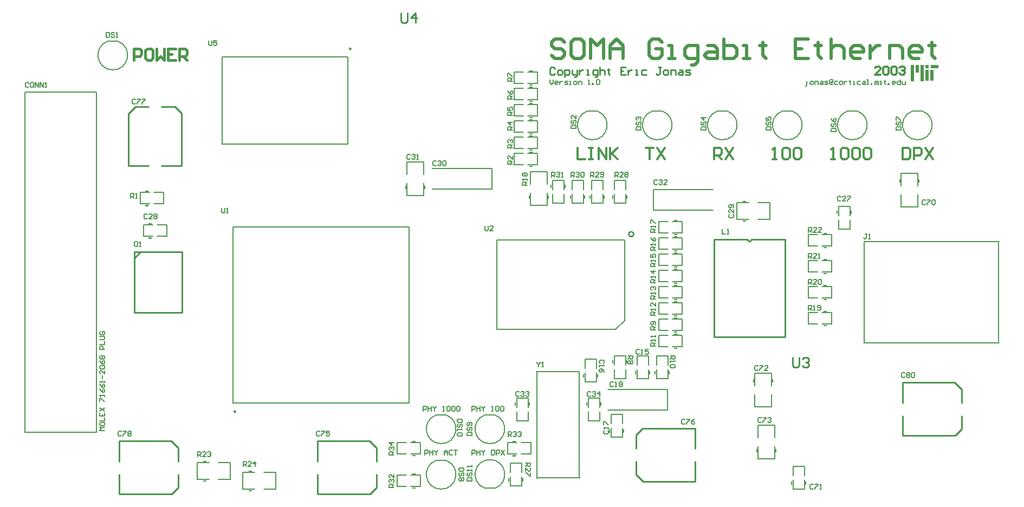
<source format=gto>
%FSLAX24Y24*%
%MOIN*%
G70*
G01*
G75*
%ADD10R,0.4200X0.1500*%
%ADD11R,0.1000X0.5500*%
%ADD12R,0.4200X0.4000*%
%ADD13R,0.0394X0.1181*%
%ADD14R,0.4000X0.1500*%
%ADD15R,0.2000X0.2000*%
%ADD16R,0.1000X0.2000*%
%ADD17R,0.0500X0.0250*%
%ADD18R,0.1600X0.5000*%
%ADD19R,0.0630X0.0709*%
%ADD20R,0.0709X0.0630*%
%ADD21R,0.0122X0.0709*%
%ADD22R,0.0709X0.0122*%
%ADD23O,0.0122X0.0709*%
%ADD24R,0.0728X0.0118*%
%ADD25R,0.0433X0.0394*%
%ADD26R,0.0394X0.0433*%
%ADD27R,0.0118X0.0728*%
%ADD28R,0.0709X0.0157*%
%ADD29R,0.0157X0.0709*%
%ADD30R,0.0827X0.1614*%
%ADD31O,0.0700X0.0300*%
%ADD32R,0.0700X0.0300*%
%ADD33R,0.0787X0.0551*%
%ADD34R,0.1024X0.0945*%
%ADD35R,0.1417X0.0315*%
%ADD36R,0.0315X0.1417*%
%ADD37C,0.0200*%
%ADD38C,0.0160*%
%ADD39C,0.0300*%
%ADD40C,0.0080*%
%ADD41C,0.0070*%
%ADD42C,0.0100*%
%ADD43C,0.0120*%
%ADD44C,0.0200*%
%ADD45R,0.0200X0.0200*%
%ADD46C,0.1200*%
%ADD47C,0.0400*%
%ADD48C,0.1732*%
%ADD49C,0.1732*%
%ADD50C,0.0500*%
%ADD51C,0.1400*%
%ADD52C,0.0750*%
%ADD53C,0.0250*%
%ADD54C,0.0350*%
%ADD55C,0.0098*%
%ADD56C,0.0060*%
%ADD57C,0.0079*%
%ADD58C,0.0140*%
%ADD59C,0.0020*%
%ADD60R,0.0079X0.0197*%
%ADD61R,0.0197X0.0079*%
%ADD62R,0.0079X0.0197*%
%ADD63R,0.0079X0.0197*%
%ADD64R,0.0197X0.0079*%
%ADD65R,0.0200X0.0700*%
%ADD66R,0.0500X0.0200*%
%ADD67R,0.0200X0.1000*%
%ADD68R,0.0200X0.0500*%
D37*
X53200Y58400D02*
X53000Y58600D01*
X52600D01*
X52400Y58400D01*
Y58200D01*
X52600Y58000D01*
X53000D01*
X53200Y57800D01*
Y57600D01*
X53000Y57400D01*
X52600D01*
X52400Y57600D01*
X54199Y58600D02*
X53800D01*
X53600Y58400D01*
Y57600D01*
X53800Y57400D01*
X54199D01*
X54399Y57600D01*
Y58400D01*
X54199Y58600D01*
X54799Y57400D02*
Y58600D01*
X55199Y58200D01*
X55599Y58600D01*
Y57400D01*
X55999D02*
Y58200D01*
X56399Y58600D01*
X56799Y58200D01*
Y57400D01*
Y58000D01*
X55999D01*
X59198Y58400D02*
X58998Y58600D01*
X58598D01*
X58398Y58400D01*
Y57600D01*
X58598Y57400D01*
X58998D01*
X59198Y57600D01*
Y58000D01*
X58798D01*
X59598Y57400D02*
X59998D01*
X59798D01*
Y58200D01*
X59598D01*
X60997Y57000D02*
X61197D01*
X61397Y57200D01*
Y58200D01*
X60797D01*
X60597Y58000D01*
Y57600D01*
X60797Y57400D01*
X61397D01*
X61997Y58200D02*
X62397D01*
X62597Y58000D01*
Y57400D01*
X61997D01*
X61797Y57600D01*
X61997Y57800D01*
X62597D01*
X62997Y58600D02*
Y57400D01*
X63596D01*
X63796Y57600D01*
Y57800D01*
Y58000D01*
X63596Y58200D01*
X62997D01*
X64196Y57400D02*
X64596D01*
X64396D01*
Y58200D01*
X64196D01*
X65396Y58400D02*
Y58200D01*
X65196D01*
X65596D01*
X65396D01*
Y57600D01*
X65596Y57400D01*
X68195Y58600D02*
X67395D01*
Y57400D01*
X68195D01*
X67395Y58000D02*
X67795D01*
X68795Y58400D02*
Y58200D01*
X68595D01*
X68995D01*
X68795D01*
Y57600D01*
X68995Y57400D01*
X69594Y58600D02*
Y57400D01*
Y58000D01*
X69794Y58200D01*
X70194D01*
X70394Y58000D01*
Y57400D01*
X71394D02*
X70994D01*
X70794Y57600D01*
Y58000D01*
X70994Y58200D01*
X71394D01*
X71594Y58000D01*
Y57800D01*
X70794D01*
X71994Y58200D02*
Y57400D01*
Y57800D01*
X72194Y58000D01*
X72394Y58200D01*
X72593D01*
X73193Y57400D02*
Y58200D01*
X73793D01*
X73993Y58000D01*
Y57400D01*
X74993D02*
X74593D01*
X74393Y57600D01*
Y58000D01*
X74593Y58200D01*
X74993D01*
X75193Y58000D01*
Y57800D01*
X74393D01*
X75792Y58400D02*
Y58200D01*
X75592D01*
X75992D01*
X75792D01*
Y57600D01*
X75992Y57400D01*
D38*
X26700Y57300D02*
Y58000D01*
X27050D01*
X27167Y57883D01*
Y57650D01*
X27050Y57533D01*
X26700D01*
X27750Y58000D02*
X27516D01*
X27400Y57883D01*
Y57417D01*
X27516Y57300D01*
X27750D01*
X27866Y57417D01*
Y57883D01*
X27750Y58000D01*
X28100D02*
Y57300D01*
X28333Y57533D01*
X28566Y57300D01*
Y58000D01*
X29266D02*
X28799D01*
Y57300D01*
X29266D01*
X28799Y57650D02*
X29033D01*
X29499Y57300D02*
Y58000D01*
X29849D01*
X29966Y57883D01*
Y57650D01*
X29849Y57533D01*
X29499D01*
X29732D02*
X29966Y57300D01*
D40*
X19999Y55310D02*
X24400D01*
X19999Y34390D02*
X24400D01*
X19999D02*
Y55310D01*
X24400Y34390D02*
Y55310D01*
X54080Y31619D02*
Y38111D01*
Y31619D02*
X54111Y31587D01*
X51501D02*
X54111D01*
X51489Y31576D02*
X51501Y31587D01*
X51489Y31576D02*
Y38091D01*
X51469Y38111D02*
X51489Y38091D01*
X51469Y38111D02*
X54080D01*
X79900Y39890D02*
Y46110D01*
X71630Y39900D02*
X79920D01*
X71630Y46110D02*
X79920D01*
X71630Y39890D02*
Y46110D01*
X68000Y55700D02*
X68050D01*
X68100Y55750D01*
Y56000D01*
X68350Y55800D02*
X68450D01*
X68500Y55850D01*
Y55950D01*
X68450Y56000D01*
X68350D01*
X68300Y55950D01*
Y55850D01*
X68350Y55800D01*
X68600D02*
Y56000D01*
X68750D01*
X68800Y55950D01*
Y55800D01*
X68950Y56000D02*
X69050D01*
X69100Y55950D01*
Y55800D01*
X68950D01*
X68900Y55850D01*
X68950Y55900D01*
X69100D01*
X69200Y55800D02*
X69350D01*
X69400Y55850D01*
X69350Y55900D01*
X69250D01*
X69200Y55950D01*
X69250Y56000D01*
X69400D01*
X69649Y55900D02*
Y55950D01*
X69599D01*
Y55900D01*
X69649D01*
X69699Y55950D01*
Y56050D01*
X69649Y56100D01*
X69549D01*
X69500Y56050D01*
Y55850D01*
X69549Y55800D01*
X69699D01*
X69999Y56000D02*
X69849D01*
X69799Y55950D01*
Y55850D01*
X69849Y55800D01*
X69999D01*
X70149D02*
X70249D01*
X70299Y55850D01*
Y55950D01*
X70249Y56000D01*
X70149D01*
X70099Y55950D01*
Y55850D01*
X70149Y55800D01*
X70399Y56000D02*
Y55800D01*
Y55900D01*
X70449Y55950D01*
X70499Y56000D01*
X70549D01*
X70749Y56050D02*
Y56000D01*
X70699D01*
X70799D01*
X70749D01*
Y55850D01*
X70799Y55800D01*
X70949D02*
X71049D01*
X70999D01*
Y56000D01*
X70949D01*
X71399D02*
X71249D01*
X71199Y55950D01*
Y55850D01*
X71249Y55800D01*
X71399D01*
X71549Y56000D02*
X71649D01*
X71699Y55950D01*
Y55800D01*
X71549D01*
X71499Y55850D01*
X71549Y55900D01*
X71699D01*
X71799Y55800D02*
X71899D01*
X71849D01*
Y56100D01*
X71799D01*
X72049Y55800D02*
Y55850D01*
X72099D01*
Y55800D01*
X72049D01*
X72299D02*
Y56000D01*
X72349D01*
X72399Y55950D01*
Y55800D01*
Y55950D01*
X72449Y56000D01*
X72499Y55950D01*
Y55800D01*
X72599D02*
X72698D01*
X72649D01*
Y56000D01*
X72599D01*
X72898Y56050D02*
Y56000D01*
X72848D01*
X72948D01*
X72898D01*
Y55850D01*
X72948Y55800D01*
X73098D02*
Y55850D01*
X73148D01*
Y55800D01*
X73098D01*
X73498D02*
X73398D01*
X73348Y55850D01*
Y55950D01*
X73398Y56000D01*
X73498D01*
X73548Y55950D01*
Y55900D01*
X73348D01*
X73848Y56100D02*
Y55800D01*
X73698D01*
X73648Y55850D01*
Y55950D01*
X73698Y56000D01*
X73848D01*
X73948D02*
Y55850D01*
X73998Y55800D01*
X74148D01*
Y56000D01*
D41*
X33410Y32300D02*
Y32600D01*
X33560D01*
X33610Y32550D01*
Y32450D01*
X33560Y32400D01*
X33410D01*
X33510D02*
X33610Y32300D01*
X33910D02*
X33710D01*
X33910Y32500D01*
Y32550D01*
X33860Y32600D01*
X33760D01*
X33710Y32550D01*
X34160Y32300D02*
Y32600D01*
X34010Y32450D01*
X34210D01*
X30610Y32900D02*
Y33200D01*
X30760D01*
X30810Y33150D01*
Y33050D01*
X30760Y33000D01*
X30610D01*
X30710D02*
X30810Y32900D01*
X31110D02*
X30910D01*
X31110Y33100D01*
Y33150D01*
X31060Y33200D01*
X30960D01*
X30910Y33150D01*
X31210D02*
X31260Y33200D01*
X31360D01*
X31410Y33150D01*
Y33100D01*
X31360Y33050D01*
X31310D01*
X31360D01*
X31410Y33000D01*
Y32950D01*
X31360Y32900D01*
X31260D01*
X31210Y32950D01*
X75400Y48650D02*
X75350Y48700D01*
X75250D01*
X75200Y48650D01*
Y48450D01*
X75250Y48400D01*
X75350D01*
X75400Y48450D01*
X75500Y48700D02*
X75700D01*
Y48650D01*
X75500Y48450D01*
Y48400D01*
X75800Y48650D02*
X75850Y48700D01*
X75950D01*
X76000Y48650D01*
Y48450D01*
X75950Y48400D01*
X75850D01*
X75800Y48450D01*
Y48650D01*
X63350Y47800D02*
X63300Y47750D01*
Y47650D01*
X63350Y47600D01*
X63550D01*
X63600Y47650D01*
Y47750D01*
X63550Y47800D01*
X63600Y48100D02*
Y47900D01*
X63400Y48100D01*
X63350D01*
X63300Y48050D01*
Y47950D01*
X63350Y47900D01*
X63550Y48200D02*
X63600Y48250D01*
Y48350D01*
X63550Y48400D01*
X63350D01*
X63300Y48350D01*
Y48250D01*
X63350Y48200D01*
X63400D01*
X63450Y48250D01*
Y48400D01*
X32100Y48200D02*
Y47950D01*
X32150Y47900D01*
X32250D01*
X32300Y47950D01*
Y48200D01*
X32400Y47900D02*
X32500D01*
X32450D01*
Y48200D01*
X32400Y48150D01*
X20230Y55870D02*
X20180Y55920D01*
X20080D01*
X20030Y55870D01*
Y55670D01*
X20080Y55620D01*
X20180D01*
X20230Y55670D01*
X20480Y55920D02*
X20380D01*
X20330Y55870D01*
Y55670D01*
X20380Y55620D01*
X20480D01*
X20530Y55670D01*
Y55870D01*
X20480Y55920D01*
X20630Y55620D02*
Y55920D01*
X20830Y55620D01*
Y55920D01*
X20930Y55620D02*
Y55920D01*
X21130Y55620D01*
Y55920D01*
X21230Y55620D02*
X21330D01*
X21280D01*
Y55920D01*
X21230Y55870D01*
X48300Y47100D02*
Y46850D01*
X48350Y46800D01*
X48450D01*
X48500Y46850D01*
Y47100D01*
X48800Y46800D02*
X48600D01*
X48800Y47000D01*
Y47050D01*
X48750Y47100D01*
X48650D01*
X48600Y47050D01*
X47200Y31400D02*
X47500D01*
Y31550D01*
X47450Y31600D01*
X47250D01*
X47200Y31550D01*
Y31400D01*
X47250Y31900D02*
X47200Y31850D01*
Y31750D01*
X47250Y31700D01*
X47300D01*
X47350Y31750D01*
Y31850D01*
X47400Y31900D01*
X47450D01*
X47500Y31850D01*
Y31750D01*
X47450Y31700D01*
X47500Y32000D02*
Y32100D01*
Y32050D01*
X47200D01*
X47250Y32000D01*
X47500Y32250D02*
Y32350D01*
Y32300D01*
X47200D01*
X47250Y32250D01*
X46900Y35200D02*
X46600D01*
Y35050D01*
X46650Y35000D01*
X46850D01*
X46900Y35050D01*
Y35200D01*
X46850Y34700D02*
X46900Y34750D01*
Y34850D01*
X46850Y34900D01*
X46800D01*
X46750Y34850D01*
Y34750D01*
X46700Y34700D01*
X46650D01*
X46600Y34750D01*
Y34850D01*
X46650Y34900D01*
X46600Y34600D02*
Y34500D01*
Y34550D01*
X46900D01*
X46850Y34600D01*
Y34350D02*
X46900Y34300D01*
Y34200D01*
X46850Y34150D01*
X46650D01*
X46600Y34200D01*
Y34300D01*
X46650Y34350D01*
X46850D01*
X47200Y34200D02*
X47500D01*
Y34350D01*
X47450Y34400D01*
X47250D01*
X47200Y34350D01*
Y34200D01*
X47250Y34700D02*
X47200Y34650D01*
Y34550D01*
X47250Y34500D01*
X47300D01*
X47350Y34550D01*
Y34650D01*
X47400Y34700D01*
X47450D01*
X47500Y34650D01*
Y34550D01*
X47450Y34500D01*
Y34800D02*
X47500Y34850D01*
Y34950D01*
X47450Y35000D01*
X47250D01*
X47200Y34950D01*
Y34850D01*
X47250Y34800D01*
X47300D01*
X47350Y34850D01*
Y35000D01*
X47000Y32200D02*
X46700D01*
Y32050D01*
X46750Y32000D01*
X46950D01*
X47000Y32050D01*
Y32200D01*
X46950Y31700D02*
X47000Y31750D01*
Y31850D01*
X46950Y31900D01*
X46900D01*
X46850Y31850D01*
Y31750D01*
X46800Y31700D01*
X46750D01*
X46700Y31750D01*
Y31850D01*
X46750Y31900D01*
X46950Y31600D02*
X47000Y31550D01*
Y31450D01*
X46950Y31400D01*
X46900D01*
X46850Y31450D01*
X46800Y31400D01*
X46750D01*
X46700Y31450D01*
Y31550D01*
X46750Y31600D01*
X46800D01*
X46850Y31550D01*
X46900Y31600D01*
X46950D01*
X46850Y31550D02*
Y31450D01*
X73600Y53000D02*
X73900D01*
Y53150D01*
X73850Y53200D01*
X73650D01*
X73600Y53150D01*
Y53000D01*
X73650Y53500D02*
X73600Y53450D01*
Y53350D01*
X73650Y53300D01*
X73700D01*
X73750Y53350D01*
Y53450D01*
X73800Y53500D01*
X73850D01*
X73900Y53450D01*
Y53350D01*
X73850Y53300D01*
X73600Y53600D02*
Y53800D01*
X73650D01*
X73850Y53600D01*
X73900D01*
X69600Y52900D02*
X69900D01*
Y53050D01*
X69850Y53100D01*
X69650D01*
X69600Y53050D01*
Y52900D01*
X69650Y53400D02*
X69600Y53350D01*
Y53250D01*
X69650Y53200D01*
X69700D01*
X69750Y53250D01*
Y53350D01*
X69800Y53400D01*
X69850D01*
X69900Y53350D01*
Y53250D01*
X69850Y53200D01*
X69600Y53700D02*
X69650Y53600D01*
X69750Y53500D01*
X69850D01*
X69900Y53550D01*
Y53650D01*
X69850Y53700D01*
X69800D01*
X69750Y53650D01*
Y53500D01*
X65600Y53000D02*
X65900D01*
Y53150D01*
X65850Y53200D01*
X65650D01*
X65600Y53150D01*
Y53000D01*
X65650Y53500D02*
X65600Y53450D01*
Y53350D01*
X65650Y53300D01*
X65700D01*
X65750Y53350D01*
Y53450D01*
X65800Y53500D01*
X65850D01*
X65900Y53450D01*
Y53350D01*
X65850Y53300D01*
X65600Y53800D02*
Y53600D01*
X65750D01*
X65700Y53700D01*
Y53750D01*
X65750Y53800D01*
X65850D01*
X65900Y53750D01*
Y53650D01*
X65850Y53600D01*
X61600Y53000D02*
X61900D01*
Y53150D01*
X61850Y53200D01*
X61650D01*
X61600Y53150D01*
Y53000D01*
X61650Y53500D02*
X61600Y53450D01*
Y53350D01*
X61650Y53300D01*
X61700D01*
X61750Y53350D01*
Y53450D01*
X61800Y53500D01*
X61850D01*
X61900Y53450D01*
Y53350D01*
X61850Y53300D01*
X61900Y53750D02*
X61600D01*
X61750Y53600D01*
Y53800D01*
X57600Y53000D02*
X57900D01*
Y53150D01*
X57850Y53200D01*
X57650D01*
X57600Y53150D01*
Y53000D01*
X57650Y53500D02*
X57600Y53450D01*
Y53350D01*
X57650Y53300D01*
X57700D01*
X57750Y53350D01*
Y53450D01*
X57800Y53500D01*
X57850D01*
X57900Y53450D01*
Y53350D01*
X57850Y53300D01*
X57650Y53600D02*
X57600Y53650D01*
Y53750D01*
X57650Y53800D01*
X57700D01*
X57750Y53750D01*
Y53700D01*
Y53750D01*
X57800Y53800D01*
X57850D01*
X57900Y53750D01*
Y53650D01*
X57850Y53600D01*
X53600Y53100D02*
X53900D01*
Y53250D01*
X53850Y53300D01*
X53650D01*
X53600Y53250D01*
Y53100D01*
X53650Y53600D02*
X53600Y53550D01*
Y53450D01*
X53650Y53400D01*
X53700D01*
X53750Y53450D01*
Y53550D01*
X53800Y53600D01*
X53850D01*
X53900Y53550D01*
Y53450D01*
X53850Y53400D01*
X53900Y53900D02*
Y53700D01*
X53700Y53900D01*
X53650D01*
X53600Y53850D01*
Y53750D01*
X53650Y53700D01*
X25000Y59000D02*
Y58700D01*
X25150D01*
X25200Y58750D01*
Y58950D01*
X25150Y59000D01*
X25000D01*
X25500Y58950D02*
X25450Y59000D01*
X25350D01*
X25300Y58950D01*
Y58900D01*
X25350Y58850D01*
X25450D01*
X25500Y58800D01*
Y58750D01*
X25450Y58700D01*
X25350D01*
X25300Y58750D01*
X25600Y58700D02*
X25700D01*
X25650D01*
Y59000D01*
X25600Y58950D01*
X57800Y39450D02*
X57750Y39500D01*
X57650D01*
X57600Y39450D01*
Y39250D01*
X57650Y39200D01*
X57750D01*
X57800Y39250D01*
X57900Y39200D02*
X58000D01*
X57950D01*
Y39500D01*
X57900Y39450D01*
X58350Y39500D02*
X58150D01*
Y39350D01*
X58250Y39400D01*
X58300D01*
X58350Y39350D01*
Y39250D01*
X58300Y39200D01*
X58200D01*
X58150Y39250D01*
X55585Y38635D02*
X55635Y38685D01*
Y38785D01*
X55585Y38835D01*
X55385D01*
X55335Y38785D01*
Y38685D01*
X55385Y38635D01*
X55335Y38535D02*
Y38435D01*
Y38485D01*
X55635D01*
X55585Y38535D01*
X55635Y38085D02*
X55585Y38185D01*
X55485Y38285D01*
X55385D01*
X55335Y38235D01*
Y38135D01*
X55385Y38085D01*
X55435D01*
X55485Y38135D01*
Y38285D01*
X55650Y34500D02*
X55600Y34450D01*
Y34350D01*
X55650Y34300D01*
X55850D01*
X55900Y34350D01*
Y34450D01*
X55850Y34500D01*
X55900Y34600D02*
Y34700D01*
Y34650D01*
X55600D01*
X55650Y34600D01*
X55600Y34850D02*
Y35050D01*
X55650D01*
X55850Y34850D01*
X55900D01*
X56200Y37450D02*
X56150Y37500D01*
X56050D01*
X56000Y37450D01*
Y37250D01*
X56050Y37200D01*
X56150D01*
X56200Y37250D01*
X56300Y37200D02*
X56400D01*
X56350D01*
Y37500D01*
X56300Y37450D01*
X56550D02*
X56600Y37500D01*
X56700D01*
X56750Y37450D01*
Y37400D01*
X56700Y37350D01*
X56750Y37300D01*
Y37250D01*
X56700Y37200D01*
X56600D01*
X56550Y37250D01*
Y37300D01*
X56600Y37350D01*
X56550Y37400D01*
Y37450D01*
X56600Y37350D02*
X56700D01*
X70200Y48870D02*
X70150Y48920D01*
X70050D01*
X70000Y48870D01*
Y48670D01*
X70050Y48620D01*
X70150D01*
X70200Y48670D01*
X70500Y48620D02*
X70300D01*
X70500Y48820D01*
Y48870D01*
X70450Y48920D01*
X70350D01*
X70300Y48870D01*
X70600Y48920D02*
X70800D01*
Y48870D01*
X70600Y48670D01*
Y48620D01*
X27520Y47790D02*
X27470Y47840D01*
X27370D01*
X27320Y47790D01*
Y47590D01*
X27370Y47540D01*
X27470D01*
X27520Y47590D01*
X27820Y47540D02*
X27620D01*
X27820Y47740D01*
Y47790D01*
X27770Y47840D01*
X27670D01*
X27620Y47790D01*
X27920D02*
X27970Y47840D01*
X28070D01*
X28120Y47790D01*
Y47740D01*
X28070Y47690D01*
X28120Y47640D01*
Y47590D01*
X28070Y47540D01*
X27970D01*
X27920Y47590D01*
Y47640D01*
X27970Y47690D01*
X27920Y47740D01*
Y47790D01*
X27970Y47690D02*
X28070D01*
X45300Y51050D02*
X45250Y51100D01*
X45150D01*
X45100Y51050D01*
Y50850D01*
X45150Y50800D01*
X45250D01*
X45300Y50850D01*
X45400Y51050D02*
X45450Y51100D01*
X45550D01*
X45600Y51050D01*
Y51000D01*
X45550Y50950D01*
X45500D01*
X45550D01*
X45600Y50900D01*
Y50850D01*
X45550Y50800D01*
X45450D01*
X45400Y50850D01*
X45700Y51050D02*
X45750Y51100D01*
X45850D01*
X45900Y51050D01*
Y50850D01*
X45850Y50800D01*
X45750D01*
X45700Y50850D01*
Y51050D01*
X50400Y36850D02*
X50350Y36900D01*
X50250D01*
X50200Y36850D01*
Y36650D01*
X50250Y36600D01*
X50350D01*
X50400Y36650D01*
X50500Y36850D02*
X50550Y36900D01*
X50650D01*
X50700Y36850D01*
Y36800D01*
X50650Y36750D01*
X50600D01*
X50650D01*
X50700Y36700D01*
Y36650D01*
X50650Y36600D01*
X50550D01*
X50500Y36650D01*
X50800Y36850D02*
X50850Y36900D01*
X50950D01*
X51000Y36850D01*
Y36800D01*
X50950Y36750D01*
X50900D01*
X50950D01*
X51000Y36700D01*
Y36650D01*
X50950Y36600D01*
X50850D01*
X50800Y36650D01*
X54800Y36850D02*
X54750Y36900D01*
X54650D01*
X54600Y36850D01*
Y36650D01*
X54650Y36600D01*
X54750D01*
X54800Y36650D01*
X54900Y36850D02*
X54950Y36900D01*
X55050D01*
X55100Y36850D01*
Y36800D01*
X55050Y36750D01*
X55000D01*
X55050D01*
X55100Y36700D01*
Y36650D01*
X55050Y36600D01*
X54950D01*
X54900Y36650D01*
X55350Y36600D02*
Y36900D01*
X55200Y36750D01*
X55400D01*
X71800Y46600D02*
X71700D01*
X71750D01*
Y46350D01*
X71700Y46300D01*
X71650D01*
X71600Y46350D01*
X71900Y46300D02*
X72000D01*
X71950D01*
Y46600D01*
X71900Y46550D01*
X62900Y46900D02*
Y46600D01*
X63100D01*
X63200D02*
X63300D01*
X63250D01*
Y46900D01*
X63200Y46850D01*
X26880Y46110D02*
X26780D01*
X26730Y46060D01*
Y45860D01*
X26780Y45810D01*
X26880D01*
X26930Y45860D01*
Y46060D01*
X26880Y46110D01*
X27030Y45810D02*
X27130D01*
X27080D01*
Y46110D01*
X27030Y46060D01*
X26500Y48800D02*
Y49100D01*
X26650D01*
X26700Y49050D01*
Y48950D01*
X26650Y48900D01*
X26500D01*
X26600D02*
X26700Y48800D01*
X26800D02*
X26900D01*
X26850D01*
Y49100D01*
X26800Y49050D01*
X50000Y50900D02*
X49700D01*
Y51050D01*
X49750Y51100D01*
X49850D01*
X49900Y51050D01*
Y50900D01*
Y51000D02*
X50000Y51100D01*
Y51400D02*
Y51200D01*
X49800Y51400D01*
X49750D01*
X49700Y51350D01*
Y51250D01*
X49750Y51200D01*
X50000Y51900D02*
X49700D01*
Y52050D01*
X49750Y52100D01*
X49850D01*
X49900Y52050D01*
Y51900D01*
Y52000D02*
X50000Y52100D01*
X49750Y52200D02*
X49700Y52250D01*
Y52350D01*
X49750Y52400D01*
X49800D01*
X49850Y52350D01*
Y52300D01*
Y52350D01*
X49900Y52400D01*
X49950D01*
X50000Y52350D01*
Y52250D01*
X49950Y52200D01*
X50000Y53000D02*
X49700D01*
Y53150D01*
X49750Y53200D01*
X49850D01*
X49900Y53150D01*
Y53000D01*
Y53100D02*
X50000Y53200D01*
Y53450D02*
X49700D01*
X49850Y53300D01*
Y53500D01*
X50000Y53900D02*
X49700D01*
Y54050D01*
X49750Y54100D01*
X49850D01*
X49900Y54050D01*
Y53900D01*
Y54000D02*
X50000Y54100D01*
X49700Y54400D02*
Y54200D01*
X49850D01*
X49800Y54300D01*
Y54350D01*
X49850Y54400D01*
X49950D01*
X50000Y54350D01*
Y54250D01*
X49950Y54200D01*
X50000Y54900D02*
X49700D01*
Y55050D01*
X49750Y55100D01*
X49850D01*
X49900Y55050D01*
Y54900D01*
Y55000D02*
X50000Y55100D01*
X49700Y55400D02*
X49750Y55300D01*
X49850Y55200D01*
X49950D01*
X50000Y55250D01*
Y55350D01*
X49950Y55400D01*
X49900D01*
X49850Y55350D01*
Y55200D01*
X50000Y56000D02*
X49700D01*
Y56150D01*
X49750Y56200D01*
X49850D01*
X49900Y56150D01*
Y56000D01*
Y56100D02*
X50000Y56200D01*
X49700Y56300D02*
Y56500D01*
X49750D01*
X49950Y56300D01*
X50000D01*
X57100Y39100D02*
X57400D01*
Y38950D01*
X57350Y38900D01*
X57250D01*
X57200Y38950D01*
Y39100D01*
Y39000D02*
X57100Y38900D01*
X57350Y38800D02*
X57400Y38750D01*
Y38650D01*
X57350Y38600D01*
X57300D01*
X57250Y38650D01*
X57200Y38600D01*
X57150D01*
X57100Y38650D01*
Y38750D01*
X57150Y38800D01*
X57200D01*
X57250Y38750D01*
X57300Y38800D01*
X57350D01*
X57250Y38750D02*
Y38650D01*
X58800Y40700D02*
X58500D01*
Y40850D01*
X58550Y40900D01*
X58650D01*
X58700Y40850D01*
Y40700D01*
Y40800D02*
X58800Y40900D01*
X58750Y41000D02*
X58800Y41050D01*
Y41150D01*
X58750Y41200D01*
X58550D01*
X58500Y41150D01*
Y41050D01*
X58550Y41000D01*
X58600D01*
X58650Y41050D01*
Y41200D01*
X59700Y39100D02*
X60000D01*
Y38950D01*
X59950Y38900D01*
X59850D01*
X59800Y38950D01*
Y39100D01*
Y39000D02*
X59700Y38900D01*
Y38800D02*
Y38700D01*
Y38750D01*
X60000D01*
X59950Y38800D01*
Y38550D02*
X60000Y38500D01*
Y38400D01*
X59950Y38350D01*
X59750D01*
X59700Y38400D01*
Y38500D01*
X59750Y38550D01*
X59950D01*
X58800Y39700D02*
X58500D01*
Y39850D01*
X58550Y39900D01*
X58650D01*
X58700Y39850D01*
Y39700D01*
Y39800D02*
X58800Y39900D01*
Y40000D02*
Y40100D01*
Y40050D01*
X58500D01*
X58550Y40000D01*
X58800Y40250D02*
Y40350D01*
Y40300D01*
X58500D01*
X58550Y40250D01*
X58800Y41600D02*
X58500D01*
Y41750D01*
X58550Y41800D01*
X58650D01*
X58700Y41750D01*
Y41600D01*
Y41700D02*
X58800Y41800D01*
Y41900D02*
Y42000D01*
Y41950D01*
X58500D01*
X58550Y41900D01*
X58800Y42350D02*
Y42150D01*
X58600Y42350D01*
X58550D01*
X58500Y42300D01*
Y42200D01*
X58550Y42150D01*
X58800Y42600D02*
X58500D01*
Y42750D01*
X58550Y42800D01*
X58650D01*
X58700Y42750D01*
Y42600D01*
Y42700D02*
X58800Y42800D01*
Y42900D02*
Y43000D01*
Y42950D01*
X58500D01*
X58550Y42900D01*
Y43150D02*
X58500Y43200D01*
Y43300D01*
X58550Y43350D01*
X58600D01*
X58650Y43300D01*
Y43250D01*
Y43300D01*
X58700Y43350D01*
X58750D01*
X58800Y43300D01*
Y43200D01*
X58750Y43150D01*
X58800Y43600D02*
X58500D01*
Y43750D01*
X58550Y43800D01*
X58650D01*
X58700Y43750D01*
Y43600D01*
Y43700D02*
X58800Y43800D01*
Y43900D02*
Y44000D01*
Y43950D01*
X58500D01*
X58550Y43900D01*
X58800Y44300D02*
X58500D01*
X58650Y44150D01*
Y44350D01*
X58800Y44600D02*
X58500D01*
Y44750D01*
X58550Y44800D01*
X58650D01*
X58700Y44750D01*
Y44600D01*
Y44700D02*
X58800Y44800D01*
Y44900D02*
Y45000D01*
Y44950D01*
X58500D01*
X58550Y44900D01*
X58500Y45350D02*
Y45150D01*
X58650D01*
X58600Y45250D01*
Y45300D01*
X58650Y45350D01*
X58750D01*
X58800Y45300D01*
Y45200D01*
X58750Y45150D01*
X58800Y45600D02*
X58500D01*
Y45750D01*
X58550Y45800D01*
X58650D01*
X58700Y45750D01*
Y45600D01*
Y45700D02*
X58800Y45800D01*
Y45900D02*
Y46000D01*
Y45950D01*
X58500D01*
X58550Y45900D01*
X58500Y46350D02*
X58550Y46250D01*
X58650Y46150D01*
X58750D01*
X58800Y46200D01*
Y46300D01*
X58750Y46350D01*
X58700D01*
X58650Y46300D01*
Y46150D01*
X58800Y46700D02*
X58500D01*
Y46850D01*
X58550Y46900D01*
X58650D01*
X58700Y46850D01*
Y46700D01*
Y46800D02*
X58800Y46900D01*
Y47000D02*
Y47100D01*
Y47050D01*
X58500D01*
X58550Y47000D01*
X58500Y47250D02*
Y47450D01*
X58550D01*
X58750Y47250D01*
X58800D01*
X50900Y49600D02*
X50600D01*
Y49750D01*
X50650Y49800D01*
X50750D01*
X50800Y49750D01*
Y49600D01*
Y49700D02*
X50900Y49800D01*
Y49900D02*
Y50000D01*
Y49950D01*
X50600D01*
X50650Y49900D01*
Y50150D02*
X50600Y50200D01*
Y50300D01*
X50650Y50350D01*
X50700D01*
X50750Y50300D01*
X50800Y50350D01*
X50850D01*
X50900Y50300D01*
Y50200D01*
X50850Y50150D01*
X50800D01*
X50750Y50200D01*
X50700Y50150D01*
X50650D01*
X50750Y50200D02*
Y50300D01*
X68200Y41900D02*
Y42200D01*
X68350D01*
X68400Y42150D01*
Y42050D01*
X68350Y42000D01*
X68200D01*
X68300D02*
X68400Y41900D01*
X68500D02*
X68600D01*
X68550D01*
Y42200D01*
X68500Y42150D01*
X68750Y41950D02*
X68800Y41900D01*
X68900D01*
X68950Y41950D01*
Y42150D01*
X68900Y42200D01*
X68800D01*
X68750Y42150D01*
Y42100D01*
X68800Y42050D01*
X68950D01*
X68200Y43500D02*
Y43800D01*
X68350D01*
X68400Y43750D01*
Y43650D01*
X68350Y43600D01*
X68200D01*
X68300D02*
X68400Y43500D01*
X68700D02*
X68500D01*
X68700Y43700D01*
Y43750D01*
X68650Y43800D01*
X68550D01*
X68500Y43750D01*
X68800D02*
X68850Y43800D01*
X68950D01*
X69000Y43750D01*
Y43550D01*
X68950Y43500D01*
X68850D01*
X68800Y43550D01*
Y43750D01*
X68200Y45100D02*
Y45400D01*
X68350D01*
X68400Y45350D01*
Y45250D01*
X68350Y45200D01*
X68200D01*
X68300D02*
X68400Y45100D01*
X68700D02*
X68500D01*
X68700Y45300D01*
Y45350D01*
X68650Y45400D01*
X68550D01*
X68500Y45350D01*
X68800Y45100D02*
X68900D01*
X68850D01*
Y45400D01*
X68800Y45350D01*
X68200Y46700D02*
Y47000D01*
X68350D01*
X68400Y46950D01*
Y46850D01*
X68350Y46800D01*
X68200D01*
X68300D02*
X68400Y46700D01*
X68700D02*
X68500D01*
X68700Y46900D01*
Y46950D01*
X68650Y47000D01*
X68550D01*
X68500Y46950D01*
X69000Y46700D02*
X68800D01*
X69000Y46900D01*
Y46950D01*
X68950Y47000D01*
X68850D01*
X68800Y46950D01*
X50800Y32500D02*
X51100D01*
Y32350D01*
X51050Y32300D01*
X50950D01*
X50900Y32350D01*
Y32500D01*
Y32400D02*
X50800Y32300D01*
Y32000D02*
Y32200D01*
X51000Y32000D01*
X51050D01*
X51100Y32050D01*
Y32150D01*
X51050Y32200D01*
X51100Y31900D02*
Y31700D01*
X51050D01*
X50850Y31900D01*
X50800D01*
X56300Y50100D02*
Y50400D01*
X56450D01*
X56500Y50350D01*
Y50250D01*
X56450Y50200D01*
X56300D01*
X56400D02*
X56500Y50100D01*
X56800D02*
X56600D01*
X56800Y50300D01*
Y50350D01*
X56750Y50400D01*
X56650D01*
X56600Y50350D01*
X56900D02*
X56950Y50400D01*
X57050D01*
X57100Y50350D01*
Y50300D01*
X57050Y50250D01*
X57100Y50200D01*
Y50150D01*
X57050Y50100D01*
X56950D01*
X56900Y50150D01*
Y50200D01*
X56950Y50250D01*
X56900Y50300D01*
Y50350D01*
X56950Y50250D02*
X57050D01*
X54800Y50100D02*
Y50400D01*
X54950D01*
X55000Y50350D01*
Y50250D01*
X54950Y50200D01*
X54800D01*
X54900D02*
X55000Y50100D01*
X55300D02*
X55100D01*
X55300Y50300D01*
Y50350D01*
X55250Y50400D01*
X55150D01*
X55100Y50350D01*
X55400Y50150D02*
X55450Y50100D01*
X55550D01*
X55600Y50150D01*
Y50350D01*
X55550Y50400D01*
X55450D01*
X55400Y50350D01*
Y50300D01*
X55450Y50250D01*
X55600D01*
X53600Y50100D02*
Y50400D01*
X53750D01*
X53800Y50350D01*
Y50250D01*
X53750Y50200D01*
X53600D01*
X53700D02*
X53800Y50100D01*
X53900Y50350D02*
X53950Y50400D01*
X54050D01*
X54100Y50350D01*
Y50300D01*
X54050Y50250D01*
X54000D01*
X54050D01*
X54100Y50200D01*
Y50150D01*
X54050Y50100D01*
X53950D01*
X53900Y50150D01*
X54200Y50350D02*
X54250Y50400D01*
X54350D01*
X54400Y50350D01*
Y50150D01*
X54350Y50100D01*
X54250D01*
X54200Y50150D01*
Y50350D01*
X52400Y50100D02*
Y50400D01*
X52550D01*
X52600Y50350D01*
Y50250D01*
X52550Y50200D01*
X52400D01*
X52500D02*
X52600Y50100D01*
X52700Y50350D02*
X52750Y50400D01*
X52850D01*
X52900Y50350D01*
Y50300D01*
X52850Y50250D01*
X52800D01*
X52850D01*
X52900Y50200D01*
Y50150D01*
X52850Y50100D01*
X52750D01*
X52700Y50150D01*
X53000Y50100D02*
X53100D01*
X53050D01*
Y50400D01*
X53000Y50350D01*
X42700Y31000D02*
X42400D01*
Y31150D01*
X42450Y31200D01*
X42550D01*
X42600Y31150D01*
Y31000D01*
Y31100D02*
X42700Y31200D01*
X42450Y31300D02*
X42400Y31350D01*
Y31450D01*
X42450Y31500D01*
X42500D01*
X42550Y31450D01*
Y31400D01*
Y31450D01*
X42600Y31500D01*
X42650D01*
X42700Y31450D01*
Y31350D01*
X42650Y31300D01*
X42700Y31800D02*
Y31600D01*
X42500Y31800D01*
X42450D01*
X42400Y31750D01*
Y31650D01*
X42450Y31600D01*
X49720Y34140D02*
Y34440D01*
X49870D01*
X49920Y34390D01*
Y34290D01*
X49870Y34240D01*
X49720D01*
X49820D02*
X49920Y34140D01*
X50020Y34390D02*
X50070Y34440D01*
X50170D01*
X50220Y34390D01*
Y34340D01*
X50170Y34290D01*
X50120D01*
X50170D01*
X50220Y34240D01*
Y34190D01*
X50170Y34140D01*
X50070D01*
X50020Y34190D01*
X50320Y34390D02*
X50370Y34440D01*
X50470D01*
X50520Y34390D01*
Y34340D01*
X50470Y34290D01*
X50420D01*
X50470D01*
X50520Y34240D01*
Y34190D01*
X50470Y34140D01*
X50370D01*
X50320Y34190D01*
X42700Y33000D02*
X42400D01*
Y33150D01*
X42450Y33200D01*
X42550D01*
X42600Y33150D01*
Y33000D01*
Y33100D02*
X42700Y33200D01*
X42450Y33300D02*
X42400Y33350D01*
Y33450D01*
X42450Y33500D01*
X42500D01*
X42550Y33450D01*
Y33400D01*
Y33450D01*
X42600Y33500D01*
X42650D01*
X42700Y33450D01*
Y33350D01*
X42650Y33300D01*
X42700Y33750D02*
X42400D01*
X42550Y33600D01*
Y33800D01*
X31300Y58500D02*
Y58250D01*
X31350Y58200D01*
X31450D01*
X31500Y58250D01*
Y58500D01*
X31800D02*
X31600D01*
Y58350D01*
X31700Y58400D01*
X31750D01*
X31800Y58350D01*
Y58250D01*
X31750Y58200D01*
X31650D01*
X31600Y58250D01*
X51500Y38720D02*
Y38670D01*
X51600Y38570D01*
X51700Y38670D01*
Y38720D01*
X51600Y38570D02*
Y38420D01*
X51800D02*
X51900D01*
X51850D01*
Y38720D01*
X51800Y38670D01*
X43700Y51450D02*
X43650Y51500D01*
X43550D01*
X43500Y51450D01*
Y51250D01*
X43550Y51200D01*
X43650D01*
X43700Y51250D01*
X43800Y51450D02*
X43850Y51500D01*
X43950D01*
X44000Y51450D01*
Y51400D01*
X43950Y51350D01*
X43900D01*
X43950D01*
X44000Y51300D01*
Y51250D01*
X43950Y51200D01*
X43850D01*
X43800Y51250D01*
X44100Y51200D02*
X44200D01*
X44150D01*
Y51500D01*
X44100Y51450D01*
X58900Y49890D02*
X58850Y49940D01*
X58750D01*
X58700Y49890D01*
Y49690D01*
X58750Y49640D01*
X58850D01*
X58900Y49690D01*
X59000Y49890D02*
X59050Y49940D01*
X59150D01*
X59200Y49890D01*
Y49840D01*
X59150Y49790D01*
X59100D01*
X59150D01*
X59200Y49740D01*
Y49690D01*
X59150Y49640D01*
X59050D01*
X59000Y49690D01*
X59500Y49640D02*
X59300D01*
X59500Y49840D01*
Y49890D01*
X59450Y49940D01*
X59350D01*
X59300Y49890D01*
X68500Y31150D02*
X68450Y31200D01*
X68350D01*
X68300Y31150D01*
Y30950D01*
X68350Y30900D01*
X68450D01*
X68500Y30950D01*
X68600Y31200D02*
X68800D01*
Y31150D01*
X68600Y30950D01*
Y30900D01*
X68900D02*
X69000D01*
X68950D01*
Y31200D01*
X68900Y31150D01*
X65100Y38450D02*
X65050Y38500D01*
X64950D01*
X64900Y38450D01*
Y38250D01*
X64950Y38200D01*
X65050D01*
X65100Y38250D01*
X65200Y38500D02*
X65400D01*
Y38450D01*
X65200Y38250D01*
Y38200D01*
X65700D02*
X65500D01*
X65700Y38400D01*
Y38450D01*
X65650Y38500D01*
X65550D01*
X65500Y38450D01*
X65300Y35250D02*
X65250Y35300D01*
X65150D01*
X65100Y35250D01*
Y35050D01*
X65150Y35000D01*
X65250D01*
X65300Y35050D01*
X65400Y35300D02*
X65600D01*
Y35250D01*
X65400Y35050D01*
Y35000D01*
X65700Y35250D02*
X65750Y35300D01*
X65850D01*
X65900Y35250D01*
Y35200D01*
X65850Y35150D01*
X65800D01*
X65850D01*
X65900Y35100D01*
Y35050D01*
X65850Y35000D01*
X65750D01*
X65700Y35050D01*
X38140Y34420D02*
X38090Y34470D01*
X37990D01*
X37940Y34420D01*
Y34220D01*
X37990Y34170D01*
X38090D01*
X38140Y34220D01*
X38240Y34470D02*
X38440D01*
Y34420D01*
X38240Y34220D01*
Y34170D01*
X38740Y34470D02*
X38540D01*
Y34320D01*
X38640Y34370D01*
X38690D01*
X38740Y34320D01*
Y34220D01*
X38690Y34170D01*
X38590D01*
X38540Y34220D01*
X60600Y35150D02*
X60550Y35200D01*
X60450D01*
X60400Y35150D01*
Y34950D01*
X60450Y34900D01*
X60550D01*
X60600Y34950D01*
X60700Y35200D02*
X60900D01*
Y35150D01*
X60700Y34950D01*
Y34900D01*
X61200Y35200D02*
X61100Y35150D01*
X61000Y35050D01*
Y34950D01*
X61050Y34900D01*
X61150D01*
X61200Y34950D01*
Y35000D01*
X61150Y35050D01*
X61000D01*
X26800Y54850D02*
X26750Y54900D01*
X26650D01*
X26600Y54850D01*
Y54650D01*
X26650Y54600D01*
X26750D01*
X26800Y54650D01*
X26900Y54900D02*
X27100D01*
Y54850D01*
X26900Y54650D01*
Y54600D01*
X27200Y54900D02*
X27400D01*
Y54850D01*
X27200Y54650D01*
Y54600D01*
X25940Y34420D02*
X25890Y34470D01*
X25790D01*
X25740Y34420D01*
Y34220D01*
X25790Y34170D01*
X25890D01*
X25940Y34220D01*
X26040Y34470D02*
X26240D01*
Y34420D01*
X26040Y34220D01*
Y34170D01*
X26340Y34420D02*
X26390Y34470D01*
X26490D01*
X26540Y34420D01*
Y34370D01*
X26490Y34320D01*
X26540Y34270D01*
Y34220D01*
X26490Y34170D01*
X26390D01*
X26340Y34220D01*
Y34270D01*
X26390Y34320D01*
X26340Y34370D01*
Y34420D01*
X26390Y34320D02*
X26490D01*
X74140Y38020D02*
X74090Y38070D01*
X73990D01*
X73940Y38020D01*
Y37820D01*
X73990Y37770D01*
X74090D01*
X74140Y37820D01*
X74240Y38020D02*
X74290Y38070D01*
X74390D01*
X74440Y38020D01*
Y37970D01*
X74390Y37920D01*
X74440Y37870D01*
Y37820D01*
X74390Y37770D01*
X74290D01*
X74240Y37820D01*
Y37870D01*
X74290Y37920D01*
X74240Y37970D01*
Y38020D01*
X74290Y37920D02*
X74390D01*
X74540Y38020D02*
X74590Y38070D01*
X74690D01*
X74740Y38020D01*
Y37820D01*
X74690Y37770D01*
X74590D01*
X74540Y37820D01*
Y38020D01*
X24900Y34500D02*
X24600D01*
X24700Y34600D01*
X24600Y34700D01*
X24900D01*
X24600Y34950D02*
Y34850D01*
X24650Y34800D01*
X24850D01*
X24900Y34850D01*
Y34950D01*
X24850Y35000D01*
X24650D01*
X24600Y34950D01*
Y35100D02*
X24900D01*
Y35300D01*
X24600Y35600D02*
Y35400D01*
X24900D01*
Y35600D01*
X24750Y35400D02*
Y35500D01*
X24600Y35700D02*
X24900Y35900D01*
X24600D02*
X24900Y35700D01*
X24600Y36299D02*
Y36499D01*
X24650D01*
X24850Y36299D01*
X24900D01*
Y36599D02*
Y36699D01*
Y36649D01*
X24600D01*
X24650Y36599D01*
X24600Y37049D02*
X24650Y36949D01*
X24750Y36849D01*
X24850D01*
X24900Y36899D01*
Y36999D01*
X24850Y37049D01*
X24800D01*
X24750Y36999D01*
Y36849D01*
X24600Y37349D02*
X24650Y37249D01*
X24750Y37149D01*
X24850D01*
X24900Y37199D01*
Y37299D01*
X24850Y37349D01*
X24800D01*
X24750Y37299D01*
Y37149D01*
X24900Y37449D02*
Y37549D01*
Y37499D01*
X24600D01*
X24650Y37449D01*
X24750Y37699D02*
Y37899D01*
X24900Y38199D02*
Y37999D01*
X24700Y38199D01*
X24650D01*
X24600Y38149D01*
Y38049D01*
X24650Y37999D01*
Y38299D02*
X24600Y38349D01*
Y38449D01*
X24650Y38499D01*
X24850D01*
X24900Y38449D01*
Y38349D01*
X24850Y38299D01*
X24650D01*
X24600Y38799D02*
X24650Y38699D01*
X24750Y38599D01*
X24850D01*
X24900Y38649D01*
Y38749D01*
X24850Y38799D01*
X24800D01*
X24750Y38749D01*
Y38599D01*
X24650Y38899D02*
X24600Y38949D01*
Y39049D01*
X24650Y39099D01*
X24700D01*
X24750Y39049D01*
X24800Y39099D01*
X24850D01*
X24900Y39049D01*
Y38949D01*
X24850Y38899D01*
X24800D01*
X24750Y38949D01*
X24700Y38899D01*
X24650D01*
X24750Y38949D02*
Y39049D01*
X24900Y39498D02*
X24600D01*
Y39648D01*
X24650Y39698D01*
X24750D01*
X24800Y39648D01*
Y39498D01*
X24600Y39798D02*
X24900D01*
Y39998D01*
X24600Y40098D02*
X24850D01*
X24900Y40148D01*
Y40248D01*
X24850Y40298D01*
X24600D01*
X24650Y40598D02*
X24600Y40548D01*
Y40448D01*
X24650Y40398D01*
X24850D01*
X24900Y40448D01*
Y40548D01*
X24850Y40598D01*
X24750D01*
Y40498D01*
X47500Y33000D02*
Y33300D01*
X47650D01*
X47700Y33250D01*
Y33150D01*
X47650Y33100D01*
X47500D01*
X47800Y33300D02*
Y33000D01*
Y33150D01*
X48000D01*
Y33300D01*
Y33000D01*
X48100Y33300D02*
Y33250D01*
X48200Y33150D01*
X48300Y33250D01*
Y33300D01*
X48200Y33150D02*
Y33000D01*
X48700Y33300D02*
Y33000D01*
X48850D01*
X48900Y33050D01*
Y33250D01*
X48850Y33300D01*
X48700D01*
X49000Y33000D02*
Y33300D01*
X49149D01*
X49199Y33250D01*
Y33150D01*
X49149Y33100D01*
X49000D01*
X49299Y33300D02*
X49499Y33000D01*
Y33300D02*
X49299Y33000D01*
X47500Y35700D02*
Y36000D01*
X47650D01*
X47700Y35950D01*
Y35850D01*
X47650Y35800D01*
X47500D01*
X47800Y36000D02*
Y35700D01*
Y35850D01*
X48000D01*
Y36000D01*
Y35700D01*
X48100Y36000D02*
Y35950D01*
X48200Y35850D01*
X48300Y35950D01*
Y36000D01*
X48200Y35850D02*
Y35700D01*
X48700D02*
X48800D01*
X48750D01*
Y36000D01*
X48700Y35950D01*
X48950D02*
X49000Y36000D01*
X49099D01*
X49149Y35950D01*
Y35750D01*
X49099Y35700D01*
X49000D01*
X48950Y35750D01*
Y35950D01*
X49249D02*
X49299Y36000D01*
X49399D01*
X49449Y35950D01*
Y35750D01*
X49399Y35700D01*
X49299D01*
X49249Y35750D01*
Y35950D01*
X44500Y35700D02*
Y36000D01*
X44650D01*
X44700Y35950D01*
Y35850D01*
X44650Y35800D01*
X44500D01*
X44800Y36000D02*
Y35700D01*
Y35850D01*
X45000D01*
Y36000D01*
Y35700D01*
X45100Y36000D02*
Y35950D01*
X45200Y35850D01*
X45300Y35950D01*
Y36000D01*
X45200Y35850D02*
Y35700D01*
X45700D02*
X45800D01*
X45750D01*
Y36000D01*
X45700Y35950D01*
X45950D02*
X46000Y36000D01*
X46099D01*
X46149Y35950D01*
Y35750D01*
X46099Y35700D01*
X46000D01*
X45950Y35750D01*
Y35950D01*
X46249D02*
X46299Y36000D01*
X46399D01*
X46449Y35950D01*
Y35750D01*
X46399Y35700D01*
X46299D01*
X46249Y35750D01*
Y35950D01*
X46549D02*
X46599Y36000D01*
X46699D01*
X46749Y35950D01*
Y35750D01*
X46699Y35700D01*
X46599D01*
X46549Y35750D01*
Y35950D01*
X44600Y33000D02*
Y33300D01*
X44750D01*
X44800Y33250D01*
Y33150D01*
X44750Y33100D01*
X44600D01*
X44900Y33300D02*
Y33000D01*
Y33150D01*
X45100D01*
Y33300D01*
Y33000D01*
X45200Y33300D02*
Y33250D01*
X45300Y33150D01*
X45400Y33250D01*
Y33300D01*
X45300Y33150D02*
Y33000D01*
X45800D02*
Y33200D01*
X45900Y33300D01*
X46000Y33200D01*
Y33000D01*
Y33150D01*
X45800D01*
X46299Y33250D02*
X46249Y33300D01*
X46150D01*
X46100Y33250D01*
Y33050D01*
X46150Y33000D01*
X46249D01*
X46299Y33050D01*
X46399Y33300D02*
X46599D01*
X46499D01*
Y33000D01*
X52300Y56100D02*
Y55900D01*
X52400Y55800D01*
X52500Y55900D01*
Y56100D01*
X52750Y55800D02*
X52650D01*
X52600Y55850D01*
Y55950D01*
X52650Y56000D01*
X52750D01*
X52800Y55950D01*
Y55900D01*
X52600D01*
X52900Y56000D02*
Y55800D01*
Y55900D01*
X52950Y55950D01*
X53000Y56000D01*
X53050D01*
X53200Y55800D02*
X53350D01*
X53400Y55850D01*
X53350Y55900D01*
X53250D01*
X53200Y55950D01*
X53250Y56000D01*
X53400D01*
X53500Y55800D02*
X53600D01*
X53550D01*
Y56000D01*
X53500D01*
X53800Y55800D02*
X53899D01*
X53949Y55850D01*
Y55950D01*
X53899Y56000D01*
X53800D01*
X53750Y55950D01*
Y55850D01*
X53800Y55800D01*
X54049D02*
Y56000D01*
X54199D01*
X54249Y55950D01*
Y55800D01*
X54649D02*
X54749D01*
X54699D01*
Y56100D01*
X54649Y56050D01*
X54899Y55800D02*
Y55850D01*
X54949D01*
Y55800D01*
X54899D01*
X55149Y56050D02*
X55199Y56100D01*
X55299D01*
X55349Y56050D01*
Y55850D01*
X55299Y55800D01*
X55199D01*
X55149Y55850D01*
Y56050D01*
D42*
X57443Y46580D02*
G03*
X57443Y46580I-153J0D01*
G01*
X64450Y46250D02*
G03*
X64700Y46250I125J0D01*
G01*
X62400Y40250D02*
Y46250D01*
Y40250D02*
X66750D01*
Y46250D01*
X64700D02*
X66750D01*
X62400D02*
X64450D01*
X26709Y45094D02*
X27103Y45487D01*
X29662Y41747D02*
Y45487D01*
X26709Y41747D02*
X29662D01*
X26709D02*
Y45487D01*
X29662D01*
X73989Y34186D02*
Y35406D01*
Y34186D02*
X77217D01*
X77611Y34580D01*
Y34580D02*
Y35406D01*
Y36194D02*
Y37020D01*
X77178Y37454D02*
X77611Y37020D01*
X73989Y37454D02*
X77178D01*
X73989Y36194D02*
Y37454D01*
X28394Y50789D02*
X29614D01*
Y54017D01*
X29220Y54411D02*
X29614Y54017D01*
X28394Y54411D02*
X29220D01*
X26780D02*
X27606D01*
X26346Y53978D02*
X26780Y54411D01*
X26346Y50789D02*
Y53978D01*
Y50789D02*
X27606D01*
X25789Y30586D02*
Y31806D01*
Y30586D02*
X29017D01*
X29411Y30980D01*
Y30980D02*
Y31806D01*
Y32594D02*
Y33420D01*
X28978Y33854D02*
X29411Y33420D01*
X25789Y33854D02*
X28978D01*
X25789Y32594D02*
Y33854D01*
X37989Y30586D02*
Y31806D01*
Y30586D02*
X41217D01*
X41611Y30980D01*
Y30980D02*
Y31806D01*
Y32594D02*
Y33420D01*
X41178Y33854D02*
X41611Y33420D01*
X37989Y33854D02*
X41178D01*
X37989Y32594D02*
Y33854D01*
X61211Y33394D02*
Y34614D01*
X57983D02*
X61211D01*
X57589Y34220D02*
X57983Y34614D01*
X57589Y33394D02*
Y34220D01*
Y31780D02*
Y32606D01*
Y31780D02*
X58022Y31346D01*
X61211D01*
Y32606D01*
X43130Y60200D02*
Y59700D01*
X43230Y59600D01*
X43430D01*
X43530Y59700D01*
Y60200D01*
X44030Y59600D02*
Y60200D01*
X43730Y59900D01*
X44130D01*
X67210Y39000D02*
Y38500D01*
X67310Y38400D01*
X67510D01*
X67610Y38500D01*
Y39000D01*
X67810Y38900D02*
X67910Y39000D01*
X68110D01*
X68210Y38900D01*
Y38800D01*
X68110Y38700D01*
X68010D01*
X68110D01*
X68210Y38600D01*
Y38500D01*
X68110Y38400D01*
X67910D01*
X67810Y38500D01*
X52600Y56775D02*
X52525Y56850D01*
X52375D01*
X52300Y56775D01*
Y56475D01*
X52375Y56400D01*
X52525D01*
X52600Y56475D01*
X52825Y56400D02*
X52975D01*
X53050Y56475D01*
Y56625D01*
X52975Y56700D01*
X52825D01*
X52750Y56625D01*
Y56475D01*
X52825Y56400D01*
X53200Y56250D02*
Y56700D01*
X53425D01*
X53500Y56625D01*
Y56475D01*
X53425Y56400D01*
X53200D01*
X53650Y56700D02*
Y56475D01*
X53725Y56400D01*
X53949D01*
Y56325D01*
X53874Y56250D01*
X53800D01*
X53949Y56400D02*
Y56700D01*
X54099D02*
Y56400D01*
Y56550D01*
X54174Y56625D01*
X54249Y56700D01*
X54324D01*
X54549Y56400D02*
X54699D01*
X54624D01*
Y56700D01*
X54549D01*
X55074Y56250D02*
X55149D01*
X55224Y56325D01*
Y56700D01*
X54999D01*
X54924Y56625D01*
Y56475D01*
X54999Y56400D01*
X55224D01*
X55374Y56850D02*
Y56400D01*
Y56625D01*
X55449Y56700D01*
X55599D01*
X55674Y56625D01*
Y56400D01*
X55899Y56775D02*
Y56700D01*
X55824D01*
X55974D01*
X55899D01*
Y56475D01*
X55974Y56400D01*
X56948Y56850D02*
X56649D01*
Y56400D01*
X56948D01*
X56649Y56625D02*
X56799D01*
X57098Y56700D02*
Y56400D01*
Y56550D01*
X57173Y56625D01*
X57248Y56700D01*
X57323D01*
X57548Y56400D02*
X57698D01*
X57623D01*
Y56700D01*
X57548D01*
X58223D02*
X57998D01*
X57923Y56625D01*
Y56475D01*
X57998Y56400D01*
X58223D01*
X59123Y56850D02*
X58973D01*
X59048D01*
Y56475D01*
X58973Y56400D01*
X58898D01*
X58823Y56475D01*
X59348Y56400D02*
X59498D01*
X59573Y56475D01*
Y56625D01*
X59498Y56700D01*
X59348D01*
X59273Y56625D01*
Y56475D01*
X59348Y56400D01*
X59723D02*
Y56700D01*
X59948D01*
X60023Y56625D01*
Y56400D01*
X60247Y56700D02*
X60397D01*
X60472Y56625D01*
Y56400D01*
X60247D01*
X60172Y56475D01*
X60247Y56550D01*
X60472D01*
X60622Y56400D02*
X60847D01*
X60922Y56475D01*
X60847Y56550D01*
X60697D01*
X60622Y56625D01*
X60697Y56700D01*
X60922D01*
D43*
X72633Y56400D02*
X72300D01*
X72633Y56733D01*
Y56817D01*
X72550Y56900D01*
X72383D01*
X72300Y56817D01*
X72800D02*
X72883Y56900D01*
X73050D01*
X73133Y56817D01*
Y56483D01*
X73050Y56400D01*
X72883D01*
X72800Y56483D01*
Y56817D01*
X73300D02*
X73383Y56900D01*
X73550D01*
X73633Y56817D01*
Y56483D01*
X73550Y56400D01*
X73383D01*
X73300Y56483D01*
Y56817D01*
X73800D02*
X73883Y56900D01*
X74049D01*
X74133Y56817D01*
Y56733D01*
X74049Y56650D01*
X73966D01*
X74049D01*
X74133Y56567D01*
Y56483D01*
X74049Y56400D01*
X73883D01*
X73800Y56483D01*
D45*
X75500Y56900D02*
D03*
D55*
X32954Y35665D02*
G03*
X32954Y35665I-49J0D01*
G01*
X40055Y57991D02*
G03*
X40055Y57991I-49J0D01*
G01*
D56*
X45280Y35452D02*
G03*
X45951Y35440I320J-852D01*
G01*
X74580Y54152D02*
G03*
X75251Y54140I320J-852D01*
G01*
X70580Y54152D02*
G03*
X71251Y54140I320J-852D01*
G01*
X66580Y54152D02*
G03*
X67251Y54140I320J-852D01*
G01*
X62580Y54152D02*
G03*
X63251Y54140I320J-852D01*
G01*
X58580Y54152D02*
G03*
X59251Y54140I320J-852D01*
G01*
X54580Y54152D02*
G03*
X55251Y54140I320J-852D01*
G01*
X25080Y58452D02*
G03*
X25751Y58440I320J-852D01*
G01*
X48280Y35452D02*
G03*
X48951Y35440I320J-852D01*
G01*
X45280Y32652D02*
G03*
X45951Y32640I320J-852D01*
G01*
X48920Y30948D02*
G03*
X48249Y30960I-320J852D01*
G01*
X45279Y35450D02*
X45940D01*
X74579Y54150D02*
X75240D01*
X70579D02*
X71240D01*
X66579D02*
X67240D01*
X62579D02*
X63240D01*
X58579D02*
X59240D01*
X54579D02*
X55240D01*
X25079Y58450D02*
X25740D01*
X48279Y35450D02*
X48940D01*
X45279Y32650D02*
X45940D01*
X48260Y30950D02*
X48921D01*
D57*
X31876Y32512D02*
X32624D01*
X31876Y31488D02*
X32624D01*
X30576Y32512D02*
X31324D01*
X30576Y31488D02*
X31324D01*
X30576D02*
Y32512D01*
X32624Y31488D02*
Y32512D01*
X34676Y31912D02*
X35424D01*
X34676Y30888D02*
X35424D01*
X33376Y31912D02*
X34124D01*
X33376Y30888D02*
X34124D01*
X33376D02*
Y31912D01*
X35424Y30888D02*
Y31912D01*
X74912Y48276D02*
Y49024D01*
X73888Y48276D02*
Y49024D01*
X74912Y49576D02*
Y50324D01*
X73888Y49576D02*
Y50324D01*
X74912D01*
X73888Y48276D02*
X74912D01*
X65076Y48512D02*
X65824D01*
X65076Y47488D02*
X65824D01*
X63776Y48512D02*
X64524D01*
X63776Y47488D02*
X64524D01*
X63776D02*
Y48512D01*
X65824Y47488D02*
Y48512D01*
X56336Y40711D02*
X56901Y41276D01*
X49015Y40711D02*
X56336D01*
X49015D02*
Y46235D01*
X56901D01*
Y41276D02*
Y46235D01*
X43738Y33046D02*
X44309D01*
X43738Y33754D02*
X44309D01*
Y33046D02*
Y33754D01*
X42891Y33046D02*
Y33754D01*
Y33046D02*
X43462D01*
X42891Y33754D02*
X43462D01*
X27091Y49154D02*
X27662D01*
X27091Y48446D02*
X27662D01*
X27091D02*
Y49154D01*
X28509Y48446D02*
Y49154D01*
X27938D02*
X28509D01*
X27938Y48446D02*
X28509D01*
X50938Y50846D02*
X51509D01*
X50938Y51554D02*
X51509D01*
Y50846D02*
Y51554D01*
X50091Y50846D02*
Y51554D01*
Y50846D02*
X50662D01*
X50091Y51554D02*
X50662D01*
X50938Y51846D02*
X51509D01*
X50938Y52554D02*
X51509D01*
Y51846D02*
Y52554D01*
X50091Y51846D02*
Y52554D01*
Y51846D02*
X50662D01*
X50091Y52554D02*
X50662D01*
X50938Y52846D02*
X51509D01*
X50938Y53554D02*
X51509D01*
Y52846D02*
Y53554D01*
X50091Y52846D02*
Y53554D01*
Y52846D02*
X50662D01*
X50091Y53554D02*
X50662D01*
X50938Y53846D02*
X51509D01*
X50938Y54554D02*
X51509D01*
Y53846D02*
Y54554D01*
X50091Y53846D02*
Y54554D01*
Y53846D02*
X50662D01*
X50091Y54554D02*
X50662D01*
X50938Y54846D02*
X51509D01*
X50938Y55554D02*
X51509D01*
Y54846D02*
Y55554D01*
X50091Y54846D02*
Y55554D01*
Y54846D02*
X50662D01*
X50091Y55554D02*
X50662D01*
X50938Y55846D02*
X51509D01*
X50938Y56554D02*
X51509D01*
Y55846D02*
Y56554D01*
X50091Y55846D02*
Y56554D01*
Y55846D02*
X50662D01*
X50091Y56554D02*
X50662D01*
X49846Y31091D02*
Y31662D01*
X50554Y31091D02*
Y31662D01*
X49846Y31091D02*
X50554D01*
X49846Y32509D02*
X50554D01*
X49846Y31938D02*
Y32509D01*
X50554Y31938D02*
Y32509D01*
X56246Y48491D02*
Y49062D01*
X56954Y48491D02*
Y49062D01*
X56246Y48491D02*
X56954D01*
X56246Y49909D02*
X56954D01*
X56246Y49338D02*
Y49909D01*
X56954Y49338D02*
Y49909D01*
X54846Y48491D02*
Y49062D01*
X55554Y48491D02*
Y49062D01*
X54846Y48491D02*
X55554D01*
X54846Y49909D02*
X55554D01*
X54846Y49338D02*
Y49909D01*
X55554Y49338D02*
Y49909D01*
X53646Y48491D02*
Y49062D01*
X54354Y48491D02*
Y49062D01*
X53646Y48491D02*
X54354D01*
X53646Y49909D02*
X54354D01*
X53646Y49338D02*
Y49909D01*
X54354Y49338D02*
Y49909D01*
X53154Y49338D02*
Y49909D01*
X52446Y49338D02*
Y49909D01*
X53154D01*
X52446Y48491D02*
X53154D01*
Y49062D01*
X52446Y48491D02*
Y49062D01*
X43738Y31046D02*
X44309D01*
X43738Y31754D02*
X44309D01*
Y31046D02*
Y31754D01*
X42891Y31046D02*
Y31754D01*
Y31046D02*
X43462D01*
X42891Y31754D02*
X43462D01*
X49691Y33754D02*
X50262D01*
X49691Y33046D02*
X50262D01*
X49691D02*
Y33754D01*
X51109Y33046D02*
Y33754D01*
X50538D02*
X51109D01*
X50538Y33046D02*
X51109D01*
X32787Y47013D02*
X43613D01*
X32787Y36187D02*
X43613D01*
X32787D02*
Y47013D01*
X43613Y36187D02*
Y47013D01*
X28138Y46446D02*
X28709D01*
X28138Y47154D02*
X28709D01*
Y46446D02*
Y47154D01*
X27291Y46446D02*
Y47154D01*
Y46446D02*
X27862D01*
X27291Y47154D02*
X27862D01*
X39858Y52123D02*
Y57477D01*
X32142Y52123D02*
Y57477D01*
X39858D01*
X32142Y52123D02*
X39858D01*
X50246Y35091D02*
Y35662D01*
X50954Y35091D02*
Y35662D01*
X50246Y35091D02*
X50954D01*
X50246Y36509D02*
X50954D01*
X50246Y35938D02*
Y36509D01*
X50954Y35938D02*
Y36509D01*
X58991Y47354D02*
X59562D01*
X58991Y46646D02*
X59562D01*
X58991D02*
Y47354D01*
X60409Y46646D02*
Y47354D01*
X59838D02*
X60409D01*
X59838Y46646D02*
X60409D01*
X70754Y47738D02*
Y48309D01*
X70046Y47738D02*
Y48309D01*
X70754D01*
X70046Y46891D02*
X70754D01*
Y47462D01*
X70046Y46891D02*
Y47462D01*
X55354Y35938D02*
Y36509D01*
X54646Y35938D02*
Y36509D01*
X55354D01*
X54646Y35091D02*
X55354D01*
Y35662D01*
X54646Y35091D02*
Y35662D01*
X69038Y45846D02*
X69609D01*
X69038Y46554D02*
X69609D01*
Y45846D02*
Y46554D01*
X68191Y45846D02*
Y46554D01*
Y45846D02*
X68762D01*
X68191Y46554D02*
X68762D01*
X69038Y44246D02*
X69609D01*
X69038Y44954D02*
X69609D01*
Y44246D02*
Y44954D01*
X68191Y44246D02*
Y44954D01*
Y44246D02*
X68762D01*
X68191Y44954D02*
X68762D01*
X69038Y42646D02*
X69609D01*
X69038Y43354D02*
X69609D01*
Y42646D02*
Y43354D01*
X68191Y42646D02*
Y43354D01*
Y42646D02*
X68762D01*
X68191Y43354D02*
X68762D01*
X69038Y41046D02*
X69609D01*
X69038Y41754D02*
X69609D01*
Y41046D02*
Y41754D01*
X68191Y41046D02*
Y41754D01*
Y41046D02*
X68762D01*
X68191Y41754D02*
X68762D01*
X51088Y50424D02*
X52112D01*
X51088Y48376D02*
X52112D01*
Y49124D01*
X51088Y48376D02*
Y49124D01*
X52112Y49676D02*
Y50424D01*
X51088Y49676D02*
Y50424D01*
X59838Y39646D02*
X60409D01*
X59838Y40354D02*
X60409D01*
Y39646D02*
Y40354D01*
X58991Y39646D02*
Y40354D01*
Y39646D02*
X59562D01*
X58991Y40354D02*
X59562D01*
X59838Y41646D02*
X60409D01*
X59838Y42354D02*
X60409D01*
Y41646D02*
Y42354D01*
X58991Y41646D02*
Y42354D01*
Y41646D02*
X59562D01*
X58991Y42354D02*
X59562D01*
X59838Y42646D02*
X60409D01*
X59838Y43354D02*
X60409D01*
Y42646D02*
Y43354D01*
X58991Y42646D02*
Y43354D01*
Y42646D02*
X59562D01*
X58991Y43354D02*
X59562D01*
X59838Y43646D02*
X60409D01*
X59838Y44354D02*
X60409D01*
Y43646D02*
Y44354D01*
X58991Y43646D02*
Y44354D01*
Y43646D02*
X59562D01*
X58991Y44354D02*
X59562D01*
X59838Y44646D02*
X60409D01*
X59838Y45354D02*
X60409D01*
Y44646D02*
Y45354D01*
X58991Y44646D02*
Y45354D01*
Y44646D02*
X59562D01*
X58991Y45354D02*
X59562D01*
X59838Y45646D02*
X60409D01*
X59838Y46354D02*
X60409D01*
Y45646D02*
Y46354D01*
X58991Y45646D02*
Y46354D01*
Y45646D02*
X59562D01*
X58991Y46354D02*
X59562D01*
X59838Y40646D02*
X60409D01*
X59838Y41354D02*
X60409D01*
Y40646D02*
Y41354D01*
X58991Y40646D02*
Y41354D01*
Y40646D02*
X59562D01*
X58991Y41354D02*
X59562D01*
X58846Y37691D02*
Y38262D01*
X59554Y37691D02*
Y38262D01*
X58846Y37691D02*
X59554D01*
X58846Y39109D02*
X59554D01*
X58846Y38538D02*
Y39109D01*
X59554Y38538D02*
Y39109D01*
X56046Y34091D02*
Y34662D01*
X56754Y34091D02*
Y34662D01*
X56046Y34091D02*
X56754D01*
X56046Y35509D02*
X56754D01*
X56046Y34938D02*
Y35509D01*
X56754Y34938D02*
Y35509D01*
X57646Y37691D02*
Y38262D01*
X58354Y37691D02*
Y38262D01*
X57646Y37691D02*
X58354D01*
X57646Y39109D02*
X58354D01*
X57646Y38538D02*
Y39109D01*
X58354Y38538D02*
Y39109D01*
X54446Y37491D02*
Y38062D01*
X55154Y37491D02*
Y38062D01*
X54446Y37491D02*
X55154D01*
X54446Y38909D02*
X55154D01*
X54446Y38338D02*
Y38909D01*
X55154Y38338D02*
Y38909D01*
X56954Y38538D02*
Y39109D01*
X56246Y38538D02*
Y39109D01*
X56954D01*
X56246Y37691D02*
X56954D01*
Y38262D01*
X56246Y37691D02*
Y38262D01*
X48729Y49370D02*
Y50630D01*
X45068D02*
X48729D01*
X45068Y49370D02*
X48729D01*
X55868Y35770D02*
X59529D01*
X55868Y37030D02*
X59529D01*
Y35770D02*
Y37030D01*
X65088Y34824D02*
X66112D01*
X65088Y32776D02*
X66112D01*
Y33524D01*
X65088Y32776D02*
Y33524D01*
X66112Y34076D02*
Y34824D01*
X65088Y34076D02*
Y34824D01*
X58671Y48070D02*
Y49330D01*
Y48070D02*
X62332D01*
X58671Y49330D02*
X62332D01*
X64888Y35976D02*
X65912D01*
X64888Y38024D02*
X65912D01*
X64888Y37276D02*
Y38024D01*
X65912Y37276D02*
Y38024D01*
X64888Y35976D02*
Y36724D01*
X65912Y35976D02*
Y36724D01*
X67246Y30891D02*
Y31462D01*
X67954Y30891D02*
Y31462D01*
X67246Y30891D02*
X67954D01*
X67246Y32309D02*
X67954D01*
X67246Y31738D02*
Y32309D01*
X67954Y31738D02*
Y32309D01*
X43488Y51024D02*
X44512D01*
X43488Y48976D02*
X44512D01*
Y49724D01*
X43488Y48976D02*
Y49724D01*
X44512Y50276D02*
Y51024D01*
X43488Y50276D02*
Y51024D01*
D58*
X58200Y51900D02*
X58667D01*
X58433D01*
Y51200D01*
X58900Y51900D02*
X59366Y51200D01*
Y51900D02*
X58900Y51200D01*
X62400D02*
Y51900D01*
X62750D01*
X62867Y51783D01*
Y51550D01*
X62750Y51433D01*
X62400D01*
X62633D02*
X62867Y51200D01*
X63100Y51900D02*
X63566Y51200D01*
Y51900D02*
X63100Y51200D01*
X66000D02*
X66233D01*
X66117D01*
Y51900D01*
X66000Y51783D01*
X66583D02*
X66700Y51900D01*
X66933D01*
X67050Y51783D01*
Y51317D01*
X66933Y51200D01*
X66700D01*
X66583Y51317D01*
Y51783D01*
X67283D02*
X67400Y51900D01*
X67633D01*
X67749Y51783D01*
Y51317D01*
X67633Y51200D01*
X67400D01*
X67283Y51317D01*
Y51783D01*
X69600Y51200D02*
X69833D01*
X69717D01*
Y51900D01*
X69600Y51783D01*
X70183D02*
X70300Y51900D01*
X70533D01*
X70650Y51783D01*
Y51317D01*
X70533Y51200D01*
X70300D01*
X70183Y51317D01*
Y51783D01*
X70883D02*
X71000Y51900D01*
X71233D01*
X71349Y51783D01*
Y51317D01*
X71233Y51200D01*
X71000D01*
X70883Y51317D01*
Y51783D01*
X71583D02*
X71699Y51900D01*
X71933D01*
X72049Y51783D01*
Y51317D01*
X71933Y51200D01*
X71699D01*
X71583Y51317D01*
Y51783D01*
X74000Y51900D02*
Y51200D01*
X74350D01*
X74467Y51317D01*
Y51783D01*
X74350Y51900D01*
X74000D01*
X74700Y51200D02*
Y51900D01*
X75050D01*
X75166Y51783D01*
Y51550D01*
X75050Y51433D01*
X74700D01*
X75400Y51900D02*
X75866Y51200D01*
Y51900D02*
X75400Y51200D01*
X54000Y51900D02*
Y51200D01*
X54467D01*
X54700Y51900D02*
X54933D01*
X54816D01*
Y51200D01*
X54700D01*
X54933D01*
X55283D02*
Y51900D01*
X55749Y51200D01*
Y51900D01*
X55983D02*
Y51200D01*
Y51433D01*
X56449Y51900D01*
X56099Y51550D01*
X56449Y51200D01*
D59*
X30962Y31380D02*
Y31439D01*
X31140Y31439D01*
Y31380D01*
X30962Y31380D01*
X30979Y31396D02*
Y31423D01*
X31123D01*
Y31396D01*
X30979D01*
X30995Y31404D02*
X31107Y31414D01*
X30962Y32561D02*
Y32620D01*
X31140Y32620D01*
Y32561D01*
X30962Y32561D01*
X30979Y32577D02*
Y32604D01*
X31123D01*
Y32577D01*
X30979D01*
X30995Y32586D02*
X31107Y32596D01*
X33761Y30780D02*
Y30839D01*
X33938Y30839D01*
Y30780D01*
X33761Y30780D01*
X33777Y30796D02*
Y30823D01*
X33921D01*
Y30796D01*
X33777D01*
X33793Y30804D02*
X33905Y30814D01*
X33761Y31961D02*
Y32020D01*
X33938Y32020D01*
Y31961D01*
X33761Y31961D01*
X33777Y31977D02*
Y32004D01*
X33921D01*
Y31977D01*
X33777D01*
X33793Y31986D02*
X33905Y31996D01*
X64161Y47380D02*
Y47439D01*
X64338Y47439D01*
Y47380D01*
X64161Y47380D01*
X64177Y47396D02*
Y47423D01*
X64321D01*
Y47396D01*
X64177D01*
X64194Y47404D02*
X64305Y47414D01*
X64161Y48561D02*
Y48620D01*
X64338Y48620D01*
Y48561D01*
X64161Y48561D01*
X64177Y48577D02*
Y48604D01*
X64321D01*
Y48577D01*
X64177D01*
X64194Y48585D02*
X64305Y48595D01*
X27377Y48337D02*
Y48396D01*
X27554Y48396D01*
Y48337D01*
X27377Y48337D01*
X27393Y48354D02*
X27393Y48380D01*
X27538D01*
X27538Y48354D01*
X27393D01*
X27410Y48362D02*
X27521Y48372D01*
X27377Y49204D02*
Y49263D01*
X27554Y49263D01*
Y49204D01*
X27377Y49204D01*
X27393Y49220D02*
X27393Y49246D01*
X27538D01*
X27538Y49220D01*
X27393D01*
X27410Y49228D02*
X27521Y49238D01*
X49977Y32937D02*
Y32996D01*
X50154Y32996D01*
Y32937D01*
X49977Y32937D01*
X49993Y32954D02*
X49993Y32980D01*
X50138D01*
X50138Y32954D01*
X49993D01*
X50010Y32962D02*
X50121Y32972D01*
X49977Y33804D02*
Y33863D01*
X50154Y33863D01*
Y33804D01*
X49977Y33804D01*
X49993Y33820D02*
X49993Y33846D01*
X50138D01*
X50138Y33820D01*
X49993D01*
X50010Y33828D02*
X50121Y33838D01*
X27577Y47204D02*
X27577Y47263D01*
X27754Y47263D01*
X27754Y47204D01*
X27577Y47204D01*
X27593Y47220D02*
Y47246D01*
X27738D01*
Y47220D01*
X27593D01*
X27610Y47228D02*
X27721Y47238D01*
X27577Y46337D02*
X27577Y46396D01*
X27754Y46396D01*
X27754Y46337D01*
X27577Y46337D01*
X27593Y46354D02*
Y46380D01*
X27738D01*
Y46354D01*
X27593D01*
X27610Y46362D02*
X27721Y46372D01*
D60*
X73809Y49851D02*
D03*
X74990D02*
D03*
X65009Y33249D02*
D03*
X66191D02*
D03*
X65990Y37551D02*
D03*
X64809D02*
D03*
X43410Y49450D02*
D03*
X44591D02*
D03*
D61*
X43935Y33833D02*
D03*
X43935Y32967D02*
D03*
X51135Y51633D02*
D03*
X51135Y50767D02*
D03*
X51135Y52633D02*
D03*
X51135Y51767D02*
D03*
X51135Y53633D02*
D03*
X51135Y52767D02*
D03*
X51135Y54633D02*
D03*
X51135Y53767D02*
D03*
X51135Y55633D02*
D03*
X51135Y54767D02*
D03*
X51135Y56633D02*
D03*
X51135Y55767D02*
D03*
X43935Y31833D02*
D03*
X43935Y30967D02*
D03*
D62*
X50633Y31465D02*
D03*
X49767Y31465D02*
D03*
X57033Y48865D02*
D03*
X56167Y48865D02*
D03*
X55633Y48865D02*
D03*
X54767Y48865D02*
D03*
X54433D02*
D03*
X53567Y48865D02*
D03*
X52367Y49535D02*
D03*
X53233Y49535D02*
D03*
X68033Y31265D02*
D03*
X67167D02*
D03*
D63*
X51033Y36135D02*
D03*
X50167D02*
D03*
X69967Y47935D02*
D03*
X70833D02*
D03*
X54567Y36135D02*
D03*
X55433D02*
D03*
X51009Y48849D02*
D03*
X52191D02*
D03*
X59633Y38065D02*
D03*
X58767D02*
D03*
X56833Y34465D02*
D03*
X55967D02*
D03*
X58433Y38065D02*
D03*
X57567D02*
D03*
X55233Y37865D02*
D03*
X54367D02*
D03*
X56167Y38735D02*
D03*
X57033D02*
D03*
D64*
X60035Y46567D02*
D03*
Y47433D02*
D03*
X69235Y46633D02*
D03*
Y45767D02*
D03*
Y45033D02*
D03*
Y44167D02*
D03*
Y43433D02*
D03*
Y42567D02*
D03*
Y41833D02*
D03*
Y40967D02*
D03*
X60035Y40433D02*
D03*
Y39567D02*
D03*
Y42433D02*
D03*
Y41567D02*
D03*
Y43433D02*
D03*
Y42567D02*
D03*
Y44433D02*
D03*
Y43567D02*
D03*
Y45433D02*
D03*
Y44567D02*
D03*
Y46433D02*
D03*
Y45567D02*
D03*
Y41433D02*
D03*
Y40567D02*
D03*
D65*
X75800Y56350D02*
D03*
X75500D02*
D03*
D66*
X75950Y56900D02*
D03*
D67*
X75200Y56500D02*
D03*
X74600D02*
D03*
D68*
X74900Y56750D02*
D03*
M02*

</source>
